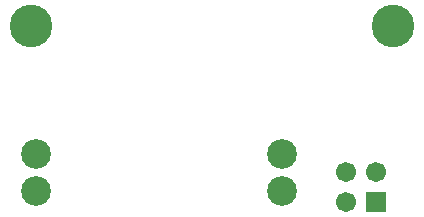
<source format=gbs>
G04*
G04 #@! TF.GenerationSoftware,Altium Limited,Altium Designer,18.1.7 (191)*
G04*
G04 Layer_Color=16711935*
%FSLAX23Y23*%
%MOIN*%
G70*
G01*
G75*
%ADD21C,0.142*%
%ADD22C,0.067*%
%ADD23R,0.067X0.067*%
%ADD24C,0.099*%
D21*
X3645Y4150D02*
D03*
X2440D02*
D03*
D22*
X3490Y3665D02*
D03*
X3590D02*
D03*
X3490Y3565D02*
D03*
D23*
X3590D02*
D03*
D24*
X3274Y3601D02*
D03*
Y3723D02*
D03*
X2456D02*
D03*
Y3601D02*
D03*
M02*

</source>
